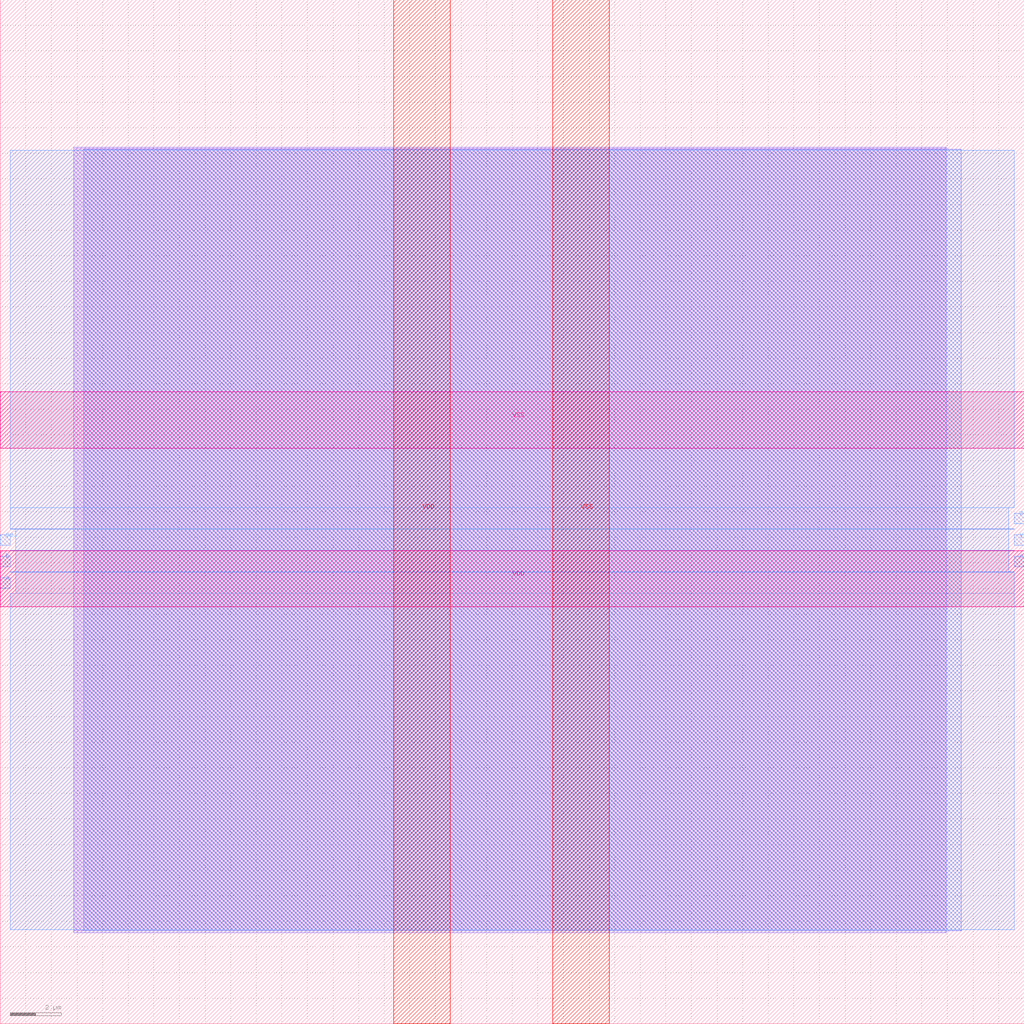
<source format=lef>
VERSION 5.7 ;
  NOWIREEXTENSIONATPIN ON ;
  DIVIDERCHAR "/" ;
  BUSBITCHARS "[]" ;
MACRO custom_cells
  CLASS BLOCK ;
  FOREIGN custom_cells ;
  ORIGIN 0.000 0.000 ;
  SIZE 40.000 BY 40.000 ;
  PIN VDD
    DIRECTION INOUT ;
    USE POWER ;
    PORT
      LAYER Metal4 ;
        RECT 15.380 0.000 17.580 40.000 ;
    END
    PORT
      LAYER Metal5 ;
        RECT 0.000 16.280 40.000 18.480 ;
    END
  END VDD
  PIN VSS
    DIRECTION INOUT ;
    USE GROUND ;
    PORT
      LAYER Metal4 ;
        RECT 21.580 0.000 23.780 40.000 ;
    END
    PORT
      LAYER Metal5 ;
        RECT 0.000 22.480 40.000 24.680 ;
    END
  END VSS
  PIN a
    DIRECTION INPUT ;
    USE SIGNAL ;
    ANTENNAGATEAREA 0.180700 ;
    PORT
      LAYER Metal3 ;
        RECT 0.000 17.020 0.400 17.420 ;
    END
  END a
  PIN b
    DIRECTION INPUT ;
    USE SIGNAL ;
    ANTENNAGATEAREA 0.180700 ;
    PORT
      LAYER Metal3 ;
        RECT 0.000 17.860 0.400 18.260 ;
    END
  END b
  PIN clk
    DIRECTION INPUT ;
    USE SIGNAL ;
    ANTENNAGATEAREA 1.450800 ;
    PORT
      LAYER Metal3 ;
        RECT 39.600 17.860 40.000 18.260 ;
    END
  END clk
  PIN sel
    DIRECTION INPUT ;
    USE SIGNAL ;
    ANTENNAGATEAREA 0.180700 ;
    PORT
      LAYER Metal3 ;
        RECT 0.000 18.700 0.400 19.100 ;
    END
  END sel
  PIN y
    DIRECTION OUTPUT ;
    USE SIGNAL ;
    ANTENNADIFFAREA 0.708600 ;
    PORT
      LAYER Metal3 ;
        RECT 39.600 18.700 40.000 19.100 ;
    END
  END y
  PIN z
    DIRECTION OUTPUT ;
    USE SIGNAL ;
    ANTENNADIFFAREA 0.708600 ;
    PORT
      LAYER Metal3 ;
        RECT 39.600 19.540 40.000 19.940 ;
    END
  END z
  OBS
      LAYER GatPoly ;
        RECT 2.880 3.630 36.960 34.170 ;
      LAYER Metal1 ;
        RECT 2.880 3.560 36.960 34.240 ;
      LAYER Metal2 ;
        RECT 3.255 3.635 37.545 34.165 ;
      LAYER Metal3 ;
        RECT 0.400 20.150 39.600 34.120 ;
        RECT 0.400 19.330 39.390 20.150 ;
        RECT 0.400 19.310 39.600 19.330 ;
        RECT 0.610 18.490 39.390 19.310 ;
        RECT 0.400 18.470 39.600 18.490 ;
        RECT 0.610 17.650 39.390 18.470 ;
        RECT 0.400 17.630 39.600 17.650 ;
        RECT 0.610 16.810 39.600 17.630 ;
        RECT 0.400 3.680 39.600 16.810 ;
  END
END custom_cells
END LIBRARY


</source>
